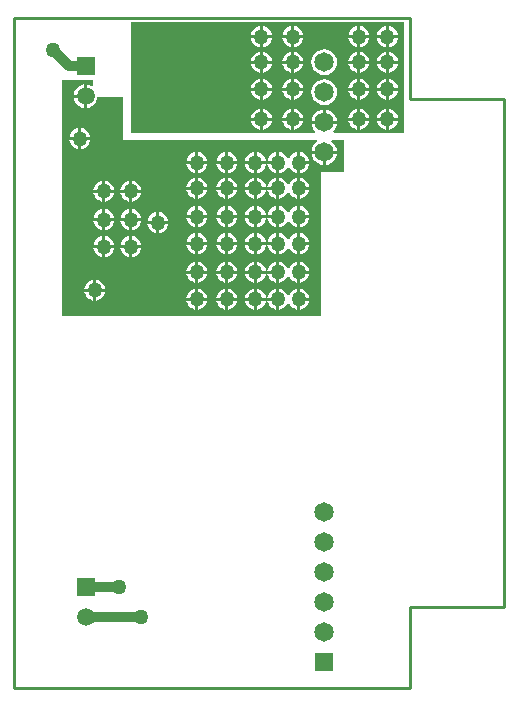
<source format=gbl>
%FSLAX44Y44*%
%MOMM*%
G71*
G01*
G75*
G04 Layer_Physical_Order=2*
G04 Layer_Color=16711680*
%ADD10C,0.8500*%
%ADD11R,1.0000X1.0000*%
%ADD12C,1.6000*%
%ADD13R,1.4000X6.0000*%
%ADD14R,2.6000X1.1000*%
%ADD15R,2.5000X7.5000*%
%ADD16R,1.8000X1.7000*%
%ADD17C,0.6000*%
%ADD18C,0.2000*%
%ADD19C,0.2540*%
%ADD20C,1.6500*%
%ADD21R,1.6500X1.6500*%
%ADD22C,1.5000*%
%ADD23R,1.5000X1.5000*%
%ADD24C,1.2700*%
G36*
X67310Y509916D02*
X66171Y509355D01*
X65773Y509660D01*
X63331Y510672D01*
X61980Y510849D01*
Y500890D01*
Y490931D01*
X63331Y491108D01*
X65773Y492120D01*
X67871Y493729D01*
X69480Y495827D01*
X70492Y498269D01*
X70770Y500380D01*
X92710D01*
Y463550D01*
X256431D01*
X256839Y462347D01*
X255194Y461086D01*
X253465Y458831D01*
X252378Y456207D01*
X252174Y454660D01*
X273606D01*
X273402Y456207D01*
X272315Y458831D01*
X270585Y461086D01*
X268941Y462347D01*
X269349Y463550D01*
X279400D01*
Y436880D01*
X260350D01*
Y317500D01*
Y314960D01*
X40640D01*
Y514350D01*
X67310D01*
Y509916D01*
D02*
G37*
G36*
X330200Y469900D02*
X270991D01*
X270585Y471095D01*
X272315Y473349D01*
X273402Y475973D01*
X273606Y477520D01*
X252174D01*
X252378Y475973D01*
X253465Y473349D01*
X255194Y471095D01*
X254789Y469900D01*
X99060D01*
Y563880D01*
X330200D01*
Y469900D01*
D02*
G37*
%LPC*%
G36*
X120650Y402500D02*
X119599Y402361D01*
X117437Y401465D01*
X115580Y400040D01*
X114155Y398183D01*
X113259Y396021D01*
X113120Y394970D01*
X120650D01*
Y402500D01*
D02*
G37*
G36*
X163739Y397510D02*
X156210D01*
Y389981D01*
X157261Y390119D01*
X159423Y391015D01*
X161280Y392440D01*
X162705Y394297D01*
X163601Y396459D01*
X163739Y397510D01*
D02*
G37*
G36*
X153670D02*
X146140D01*
X146279Y396459D01*
X147175Y394297D01*
X148600Y392440D01*
X150457Y391015D01*
X152619Y390119D01*
X153670Y389981D01*
Y397510D01*
D02*
G37*
G36*
X97790Y394970D02*
X90260D01*
X90399Y393919D01*
X91295Y391757D01*
X92720Y389900D01*
X94577Y388475D01*
X96739Y387579D01*
X97790Y387440D01*
Y394970D01*
D02*
G37*
G36*
X107859D02*
X100330D01*
Y387440D01*
X101381Y387579D01*
X103543Y388475D01*
X105400Y389900D01*
X106825Y391757D01*
X107721Y393919D01*
X107859Y394970D01*
D02*
G37*
G36*
X179070Y397510D02*
X171541D01*
X171679Y396459D01*
X172575Y394297D01*
X174000Y392440D01*
X175857Y391015D01*
X178019Y390119D01*
X179070Y389981D01*
Y397510D01*
D02*
G37*
G36*
X213270D02*
X205740D01*
Y389981D01*
X206791Y390119D01*
X208953Y391015D01*
X210810Y392440D01*
X212235Y394297D01*
X213131Y396459D01*
X213270Y397510D01*
D02*
G37*
G36*
X222250D02*
X214720D01*
X214859Y396459D01*
X215755Y394297D01*
X217180Y392440D01*
X219037Y391015D01*
X221199Y390119D01*
X222250Y389981D01*
Y397510D01*
D02*
G37*
G36*
X203200D02*
X195671D01*
X195809Y396459D01*
X196705Y394297D01*
X198130Y392440D01*
X199987Y391015D01*
X202149Y390119D01*
X203200Y389981D01*
Y397510D01*
D02*
G37*
G36*
X250100D02*
X242570D01*
Y389981D01*
X243621Y390119D01*
X245783Y391015D01*
X247640Y392440D01*
X249065Y394297D01*
X249961Y396459D01*
X250100Y397510D01*
D02*
G37*
G36*
X189139D02*
X181610D01*
Y389981D01*
X182661Y390119D01*
X184823Y391015D01*
X186680Y392440D01*
X188105Y394297D01*
X189001Y396459D01*
X189139Y397510D01*
D02*
G37*
G36*
X85000Y394970D02*
X77470D01*
Y387440D01*
X78521Y387579D01*
X80683Y388475D01*
X82540Y389900D01*
X83965Y391757D01*
X84861Y393919D01*
X85000Y394970D01*
D02*
G37*
G36*
X179070Y384720D02*
X178019Y384581D01*
X175857Y383685D01*
X174000Y382260D01*
X172575Y380403D01*
X171679Y378241D01*
X171541Y377190D01*
X179070D01*
Y384720D01*
D02*
G37*
G36*
X181610D02*
Y377190D01*
X189139D01*
X189001Y378241D01*
X188105Y380403D01*
X186680Y382260D01*
X184823Y383685D01*
X182661Y384581D01*
X181610Y384720D01*
D02*
G37*
G36*
X203200D02*
X202149Y384581D01*
X199987Y383685D01*
X198130Y382260D01*
X196705Y380403D01*
X195809Y378241D01*
X195671Y377190D01*
X203200D01*
Y384720D01*
D02*
G37*
G36*
X100330Y382179D02*
Y374650D01*
X107859D01*
X107721Y375701D01*
X106825Y377863D01*
X105400Y379720D01*
X103543Y381145D01*
X101381Y382041D01*
X100330Y382179D01*
D02*
G37*
G36*
X153670Y384720D02*
X152619Y384581D01*
X150457Y383685D01*
X148600Y382260D01*
X147175Y380403D01*
X146279Y378241D01*
X146140Y377190D01*
X153670D01*
Y384720D01*
D02*
G37*
G36*
X156210D02*
Y377190D01*
X163739D01*
X163601Y378241D01*
X162705Y380403D01*
X161280Y382260D01*
X159423Y383685D01*
X157261Y384581D01*
X156210Y384720D01*
D02*
G37*
G36*
X205740D02*
Y377190D01*
X213270D01*
X213131Y378241D01*
X212235Y380403D01*
X210810Y382260D01*
X208953Y383685D01*
X206791Y384581D01*
X205740Y384720D01*
D02*
G37*
G36*
X120650Y392430D02*
X113120D01*
X113259Y391379D01*
X114155Y389217D01*
X115580Y387360D01*
X117437Y385935D01*
X119599Y385039D01*
X120650Y384901D01*
Y392430D01*
D02*
G37*
G36*
X130719D02*
X123190D01*
Y384901D01*
X124241Y385039D01*
X126403Y385935D01*
X128260Y387360D01*
X129685Y389217D01*
X130581Y391379D01*
X130719Y392430D01*
D02*
G37*
G36*
X74930Y394970D02*
X67400D01*
X67539Y393919D01*
X68435Y391757D01*
X69860Y389900D01*
X71717Y388475D01*
X73879Y387579D01*
X74930Y387440D01*
Y394970D01*
D02*
G37*
G36*
X222250Y384720D02*
X221199Y384581D01*
X219037Y383685D01*
X217180Y382260D01*
X215755Y380403D01*
X214859Y378241D01*
X214720Y377190D01*
X222250D01*
Y384720D01*
D02*
G37*
G36*
X242570D02*
Y377190D01*
X250100D01*
X249961Y378241D01*
X249065Y380403D01*
X247640Y382260D01*
X245783Y383685D01*
X243621Y384581D01*
X242570Y384720D01*
D02*
G37*
G36*
X240030D02*
X238979Y384581D01*
X236817Y383685D01*
X234960Y382260D01*
X233535Y380403D01*
X233045Y379221D01*
X231775D01*
X231285Y380403D01*
X229860Y382260D01*
X228003Y383685D01*
X225841Y384581D01*
X224790Y384720D01*
Y375920D01*
Y367121D01*
X225841Y367259D01*
X228003Y368155D01*
X229860Y369580D01*
X231285Y371437D01*
X231775Y372619D01*
X233045D01*
X233535Y371437D01*
X234960Y369580D01*
X236817Y368155D01*
X238979Y367259D01*
X240030Y367121D01*
Y375920D01*
Y384720D01*
D02*
G37*
G36*
X107859Y419100D02*
X100330D01*
Y411571D01*
X101381Y411709D01*
X103543Y412605D01*
X105400Y414030D01*
X106825Y415887D01*
X107721Y418049D01*
X107859Y419100D01*
D02*
G37*
G36*
X153670Y421640D02*
X146140D01*
X146279Y420589D01*
X147175Y418427D01*
X148600Y416570D01*
X150457Y415145D01*
X152619Y414249D01*
X153670Y414110D01*
Y421640D01*
D02*
G37*
G36*
X163739D02*
X156210D01*
Y414110D01*
X157261Y414249D01*
X159423Y415145D01*
X161280Y416570D01*
X162705Y418427D01*
X163601Y420589D01*
X163739Y421640D01*
D02*
G37*
G36*
X74930Y419100D02*
X67400D01*
X67539Y418049D01*
X68435Y415887D01*
X69860Y414030D01*
X71717Y412605D01*
X73879Y411709D01*
X74930Y411571D01*
Y419100D01*
D02*
G37*
G36*
X85000D02*
X77470D01*
Y411571D01*
X78521Y411709D01*
X80683Y412605D01*
X82540Y414030D01*
X83965Y415887D01*
X84861Y418049D01*
X85000Y419100D01*
D02*
G37*
G36*
X97790D02*
X90260D01*
X90399Y418049D01*
X91295Y415887D01*
X92720Y414030D01*
X94577Y412605D01*
X96739Y411709D01*
X97790Y411571D01*
Y419100D01*
D02*
G37*
G36*
X179070Y421640D02*
X171541D01*
X171679Y420589D01*
X172575Y418427D01*
X174000Y416570D01*
X175857Y415145D01*
X178019Y414249D01*
X179070Y414110D01*
Y421640D01*
D02*
G37*
G36*
X222250D02*
X214720D01*
X214859Y420589D01*
X215755Y418427D01*
X217180Y416570D01*
X219037Y415145D01*
X221199Y414249D01*
X222250Y414110D01*
Y421640D01*
D02*
G37*
G36*
X250100D02*
X242570D01*
Y414110D01*
X243621Y414249D01*
X245783Y415145D01*
X247640Y416570D01*
X249065Y418427D01*
X249961Y420589D01*
X250100Y421640D01*
D02*
G37*
G36*
X74930Y429170D02*
X73879Y429031D01*
X71717Y428135D01*
X69860Y426710D01*
X68435Y424853D01*
X67539Y422691D01*
X67400Y421640D01*
X74930D01*
Y429170D01*
D02*
G37*
G36*
X189139Y421640D02*
X181610D01*
Y414110D01*
X182661Y414249D01*
X184823Y415145D01*
X186680Y416570D01*
X188105Y418427D01*
X189001Y420589D01*
X189139Y421640D01*
D02*
G37*
G36*
X203200D02*
X195671D01*
X195809Y420589D01*
X196705Y418427D01*
X198130Y416570D01*
X199987Y415145D01*
X202149Y414249D01*
X203200Y414110D01*
Y421640D01*
D02*
G37*
G36*
X213270D02*
X205740D01*
Y414110D01*
X206791Y414249D01*
X208953Y415145D01*
X210810Y416570D01*
X212235Y418427D01*
X213131Y420589D01*
X213270Y421640D01*
D02*
G37*
G36*
X240030Y407579D02*
X238979Y407441D01*
X236817Y406545D01*
X234960Y405120D01*
X233535Y403263D01*
X233045Y402081D01*
X231775D01*
X231285Y403263D01*
X229860Y405120D01*
X228003Y406545D01*
X225841Y407441D01*
X224790Y407579D01*
Y398780D01*
Y389981D01*
X225841Y390119D01*
X228003Y391015D01*
X229860Y392440D01*
X231285Y394297D01*
X231775Y395479D01*
X233045D01*
X233535Y394297D01*
X234960Y392440D01*
X236817Y391015D01*
X238979Y390119D01*
X240030Y389981D01*
Y398780D01*
Y407579D01*
D02*
G37*
G36*
X97790Y405039D02*
X96739Y404901D01*
X94577Y404005D01*
X92720Y402580D01*
X91295Y400723D01*
X90399Y398561D01*
X90260Y397510D01*
X97790D01*
Y405039D01*
D02*
G37*
G36*
X100330D02*
Y397510D01*
X107859D01*
X107721Y398561D01*
X106825Y400723D01*
X105400Y402580D01*
X103543Y404005D01*
X101381Y404901D01*
X100330Y405039D01*
D02*
G37*
G36*
X153670Y407579D02*
X152619Y407441D01*
X150457Y406545D01*
X148600Y405120D01*
X147175Y403263D01*
X146279Y401101D01*
X146140Y400050D01*
X153670D01*
Y407579D01*
D02*
G37*
G36*
X123190Y402500D02*
Y394970D01*
X130719D01*
X130581Y396021D01*
X129685Y398183D01*
X128260Y400040D01*
X126403Y401465D01*
X124241Y402361D01*
X123190Y402500D01*
D02*
G37*
G36*
X74930Y405039D02*
X73879Y404901D01*
X71717Y404005D01*
X69860Y402580D01*
X68435Y400723D01*
X67539Y398561D01*
X67400Y397510D01*
X74930D01*
Y405039D01*
D02*
G37*
G36*
X77470D02*
Y397510D01*
X85000D01*
X84861Y398561D01*
X83965Y400723D01*
X82540Y402580D01*
X80683Y404005D01*
X78521Y404901D01*
X77470Y405039D01*
D02*
G37*
G36*
X156210Y407579D02*
Y400050D01*
X163739D01*
X163601Y401101D01*
X162705Y403263D01*
X161280Y405120D01*
X159423Y406545D01*
X157261Y407441D01*
X156210Y407579D01*
D02*
G37*
G36*
X205740D02*
Y400050D01*
X213270D01*
X213131Y401101D01*
X212235Y403263D01*
X210810Y405120D01*
X208953Y406545D01*
X206791Y407441D01*
X205740Y407579D01*
D02*
G37*
G36*
X222250D02*
X221199Y407441D01*
X219037Y406545D01*
X217180Y405120D01*
X215755Y403263D01*
X214859Y401101D01*
X214720Y400050D01*
X222250D01*
Y407579D01*
D02*
G37*
G36*
X242570D02*
Y400050D01*
X250100D01*
X249961Y401101D01*
X249065Y403263D01*
X247640Y405120D01*
X245783Y406545D01*
X243621Y407441D01*
X242570Y407579D01*
D02*
G37*
G36*
X179070D02*
X178019Y407441D01*
X175857Y406545D01*
X174000Y405120D01*
X172575Y403263D01*
X171679Y401101D01*
X171541Y400050D01*
X179070D01*
Y407579D01*
D02*
G37*
G36*
X181610D02*
Y400050D01*
X189139D01*
X189001Y401101D01*
X188105Y403263D01*
X186680Y405120D01*
X184823Y406545D01*
X182661Y407441D01*
X181610Y407579D01*
D02*
G37*
G36*
X203200D02*
X202149Y407441D01*
X199987Y406545D01*
X198130Y405120D01*
X196705Y403263D01*
X195809Y401101D01*
X195671Y400050D01*
X203200D01*
Y407579D01*
D02*
G37*
G36*
X222250Y337729D02*
X221199Y337591D01*
X219037Y336695D01*
X217180Y335270D01*
X215755Y333413D01*
X214859Y331251D01*
X214720Y330200D01*
X222250D01*
Y337729D01*
D02*
G37*
G36*
X242570D02*
Y330200D01*
X250100D01*
X249961Y331251D01*
X249065Y333413D01*
X247640Y335270D01*
X245783Y336695D01*
X243621Y337591D01*
X242570Y337729D01*
D02*
G37*
G36*
X240030D02*
X238979Y337591D01*
X236817Y336695D01*
X234960Y335270D01*
X233535Y333413D01*
X233045Y332231D01*
X231775D01*
X231285Y333413D01*
X229860Y335270D01*
X228003Y336695D01*
X225841Y337591D01*
X224790Y337729D01*
Y328930D01*
Y320131D01*
X225841Y320269D01*
X228003Y321165D01*
X229860Y322590D01*
X231285Y324447D01*
X231775Y325629D01*
X233045D01*
X233535Y324447D01*
X234960Y322590D01*
X236817Y321165D01*
X238979Y320269D01*
X240030Y320131D01*
Y328930D01*
Y337729D01*
D02*
G37*
G36*
X181610D02*
Y330200D01*
X189139D01*
X189001Y331251D01*
X188105Y333413D01*
X186680Y335270D01*
X184823Y336695D01*
X182661Y337591D01*
X181610Y337729D01*
D02*
G37*
G36*
X203200D02*
X202149Y337591D01*
X199987Y336695D01*
X198130Y335270D01*
X196705Y333413D01*
X195809Y331251D01*
X195671Y330200D01*
X203200D01*
Y337729D01*
D02*
G37*
G36*
X205740D02*
Y330200D01*
X213270D01*
X213131Y331251D01*
X212235Y333413D01*
X210810Y335270D01*
X208953Y336695D01*
X206791Y337591D01*
X205740Y337729D01*
D02*
G37*
G36*
X67310Y345350D02*
X66259Y345211D01*
X64097Y344315D01*
X62240Y342890D01*
X60815Y341033D01*
X59919Y338871D01*
X59781Y337820D01*
X67310D01*
Y345350D01*
D02*
G37*
G36*
X179070Y350520D02*
X171541D01*
X171679Y349469D01*
X172575Y347307D01*
X174000Y345450D01*
X175857Y344025D01*
X178019Y343129D01*
X179070Y342990D01*
Y350520D01*
D02*
G37*
G36*
X189139D02*
X181610D01*
Y342990D01*
X182661Y343129D01*
X184823Y344025D01*
X186680Y345450D01*
X188105Y347307D01*
X189001Y349469D01*
X189139Y350520D01*
D02*
G37*
G36*
X203200D02*
X195671D01*
X195809Y349469D01*
X196705Y347307D01*
X198130Y345450D01*
X199987Y344025D01*
X202149Y343129D01*
X203200Y342990D01*
Y350520D01*
D02*
G37*
G36*
X69850Y345350D02*
Y337820D01*
X77379D01*
X77241Y338871D01*
X76345Y341033D01*
X74920Y342890D01*
X73063Y344315D01*
X70901Y345211D01*
X69850Y345350D01*
D02*
G37*
G36*
X153670Y350520D02*
X146140D01*
X146279Y349469D01*
X147175Y347307D01*
X148600Y345450D01*
X150457Y344025D01*
X152619Y343129D01*
X153670Y342990D01*
Y350520D01*
D02*
G37*
G36*
X163739D02*
X156210D01*
Y342990D01*
X157261Y343129D01*
X159423Y344025D01*
X161280Y345450D01*
X162705Y347307D01*
X163601Y349469D01*
X163739Y350520D01*
D02*
G37*
G36*
X189139Y327660D02*
X181610D01*
Y320131D01*
X182661Y320269D01*
X184823Y321165D01*
X186680Y322590D01*
X188105Y324447D01*
X189001Y326609D01*
X189139Y327660D01*
D02*
G37*
G36*
X203200D02*
X195671D01*
X195809Y326609D01*
X196705Y324447D01*
X198130Y322590D01*
X199987Y321165D01*
X202149Y320269D01*
X203200Y320131D01*
Y327660D01*
D02*
G37*
G36*
X213270D02*
X205740D01*
Y320131D01*
X206791Y320269D01*
X208953Y321165D01*
X210810Y322590D01*
X212235Y324447D01*
X213131Y326609D01*
X213270Y327660D01*
D02*
G37*
G36*
X153670D02*
X146140D01*
X146279Y326609D01*
X147175Y324447D01*
X148600Y322590D01*
X150457Y321165D01*
X152619Y320269D01*
X153670Y320131D01*
Y327660D01*
D02*
G37*
G36*
X163739D02*
X156210D01*
Y320131D01*
X157261Y320269D01*
X159423Y321165D01*
X161280Y322590D01*
X162705Y324447D01*
X163601Y326609D01*
X163739Y327660D01*
D02*
G37*
G36*
X179070D02*
X171541D01*
X171679Y326609D01*
X172575Y324447D01*
X174000Y322590D01*
X175857Y321165D01*
X178019Y320269D01*
X179070Y320131D01*
Y327660D01*
D02*
G37*
G36*
X222250D02*
X214720D01*
X214859Y326609D01*
X215755Y324447D01*
X217180Y322590D01*
X219037Y321165D01*
X221199Y320269D01*
X222250Y320131D01*
Y327660D01*
D02*
G37*
G36*
X153670Y337729D02*
X152619Y337591D01*
X150457Y336695D01*
X148600Y335270D01*
X147175Y333413D01*
X146279Y331251D01*
X146140Y330200D01*
X153670D01*
Y337729D01*
D02*
G37*
G36*
X156210D02*
Y330200D01*
X163739D01*
X163601Y331251D01*
X162705Y333413D01*
X161280Y335270D01*
X159423Y336695D01*
X157261Y337591D01*
X156210Y337729D01*
D02*
G37*
G36*
X179070D02*
X178019Y337591D01*
X175857Y336695D01*
X174000Y335270D01*
X172575Y333413D01*
X171679Y331251D01*
X171541Y330200D01*
X179070D01*
Y337729D01*
D02*
G37*
G36*
X250100Y327660D02*
X242570D01*
Y320131D01*
X243621Y320269D01*
X245783Y321165D01*
X247640Y322590D01*
X249065Y324447D01*
X249961Y326609D01*
X250100Y327660D01*
D02*
G37*
G36*
X67310Y335280D02*
X59781D01*
X59919Y334229D01*
X60815Y332067D01*
X62240Y330210D01*
X64097Y328785D01*
X66259Y327889D01*
X67310Y327751D01*
Y335280D01*
D02*
G37*
G36*
X77379D02*
X69850D01*
Y327751D01*
X70901Y327889D01*
X73063Y328785D01*
X74920Y330210D01*
X76345Y332067D01*
X77241Y334229D01*
X77379Y335280D01*
D02*
G37*
G36*
X213270Y350520D02*
X205740D01*
Y342990D01*
X206791Y343129D01*
X208953Y344025D01*
X210810Y345450D01*
X212235Y347307D01*
X213131Y349469D01*
X213270Y350520D01*
D02*
G37*
G36*
X163739Y374650D02*
X156210D01*
Y367121D01*
X157261Y367259D01*
X159423Y368155D01*
X161280Y369580D01*
X162705Y371437D01*
X163601Y373599D01*
X163739Y374650D01*
D02*
G37*
G36*
X179070D02*
X171541D01*
X171679Y373599D01*
X172575Y371437D01*
X174000Y369580D01*
X175857Y368155D01*
X178019Y367259D01*
X179070Y367121D01*
Y374650D01*
D02*
G37*
G36*
X189139D02*
X181610D01*
Y367121D01*
X182661Y367259D01*
X184823Y368155D01*
X186680Y369580D01*
X188105Y371437D01*
X189001Y373599D01*
X189139Y374650D01*
D02*
G37*
G36*
X97790Y372110D02*
X90260D01*
X90399Y371059D01*
X91295Y368897D01*
X92720Y367040D01*
X94577Y365615D01*
X96739Y364719D01*
X97790Y364580D01*
Y372110D01*
D02*
G37*
G36*
X107859D02*
X100330D01*
Y364580D01*
X101381Y364719D01*
X103543Y365615D01*
X105400Y367040D01*
X106825Y368897D01*
X107721Y371059D01*
X107859Y372110D01*
D02*
G37*
G36*
X153670Y374650D02*
X146140D01*
X146279Y373599D01*
X147175Y371437D01*
X148600Y369580D01*
X150457Y368155D01*
X152619Y367259D01*
X153670Y367121D01*
Y374650D01*
D02*
G37*
G36*
X203200D02*
X195671D01*
X195809Y373599D01*
X196705Y371437D01*
X198130Y369580D01*
X199987Y368155D01*
X202149Y367259D01*
X203200Y367121D01*
Y374650D01*
D02*
G37*
G36*
X74930Y382179D02*
X73879Y382041D01*
X71717Y381145D01*
X69860Y379720D01*
X68435Y377863D01*
X67539Y375701D01*
X67400Y374650D01*
X74930D01*
Y382179D01*
D02*
G37*
G36*
X77470D02*
Y374650D01*
X85000D01*
X84861Y375701D01*
X83965Y377863D01*
X82540Y379720D01*
X80683Y381145D01*
X78521Y382041D01*
X77470Y382179D01*
D02*
G37*
G36*
X97790D02*
X96739Y382041D01*
X94577Y381145D01*
X92720Y379720D01*
X91295Y377863D01*
X90399Y375701D01*
X90260Y374650D01*
X97790D01*
Y382179D01*
D02*
G37*
G36*
X213270Y374650D02*
X205740D01*
Y367121D01*
X206791Y367259D01*
X208953Y368155D01*
X210810Y369580D01*
X212235Y371437D01*
X213131Y373599D01*
X213270Y374650D01*
D02*
G37*
G36*
X222250D02*
X214720D01*
X214859Y373599D01*
X215755Y371437D01*
X217180Y369580D01*
X219037Y368155D01*
X221199Y367259D01*
X222250Y367121D01*
Y374650D01*
D02*
G37*
G36*
X250100D02*
X242570D01*
Y367121D01*
X243621Y367259D01*
X245783Y368155D01*
X247640Y369580D01*
X249065Y371437D01*
X249961Y373599D01*
X250100Y374650D01*
D02*
G37*
G36*
X156210Y360589D02*
Y353060D01*
X163739D01*
X163601Y354111D01*
X162705Y356273D01*
X161280Y358130D01*
X159423Y359555D01*
X157261Y360451D01*
X156210Y360589D01*
D02*
G37*
G36*
X179070D02*
X178019Y360451D01*
X175857Y359555D01*
X174000Y358130D01*
X172575Y356273D01*
X171679Y354111D01*
X171541Y353060D01*
X179070D01*
Y360589D01*
D02*
G37*
G36*
X181610D02*
Y353060D01*
X189139D01*
X189001Y354111D01*
X188105Y356273D01*
X186680Y358130D01*
X184823Y359555D01*
X182661Y360451D01*
X181610Y360589D01*
D02*
G37*
G36*
X222250Y350520D02*
X214720D01*
X214859Y349469D01*
X215755Y347307D01*
X217180Y345450D01*
X219037Y344025D01*
X221199Y343129D01*
X222250Y342990D01*
Y350520D01*
D02*
G37*
G36*
X250100D02*
X242570D01*
Y342990D01*
X243621Y343129D01*
X245783Y344025D01*
X247640Y345450D01*
X249065Y347307D01*
X249961Y349469D01*
X250100Y350520D01*
D02*
G37*
G36*
X153670Y360589D02*
X152619Y360451D01*
X150457Y359555D01*
X148600Y358130D01*
X147175Y356273D01*
X146279Y354111D01*
X146140Y353060D01*
X153670D01*
Y360589D01*
D02*
G37*
G36*
X203200D02*
X202149Y360451D01*
X199987Y359555D01*
X198130Y358130D01*
X196705Y356273D01*
X195809Y354111D01*
X195671Y353060D01*
X203200D01*
Y360589D01*
D02*
G37*
G36*
X240030D02*
X238979Y360451D01*
X236817Y359555D01*
X234960Y358130D01*
X233535Y356273D01*
X233045Y355091D01*
X231775D01*
X231285Y356273D01*
X229860Y358130D01*
X228003Y359555D01*
X225841Y360451D01*
X224790Y360589D01*
Y351790D01*
Y342990D01*
X225841Y343129D01*
X228003Y344025D01*
X229860Y345450D01*
X231285Y347307D01*
X231775Y348489D01*
X233045D01*
X233535Y347307D01*
X234960Y345450D01*
X236817Y344025D01*
X238979Y343129D01*
X240030Y342990D01*
Y351790D01*
Y360589D01*
D02*
G37*
G36*
X74930Y372110D02*
X67400D01*
X67539Y371059D01*
X68435Y368897D01*
X69860Y367040D01*
X71717Y365615D01*
X73879Y364719D01*
X74930Y364580D01*
Y372110D01*
D02*
G37*
G36*
X85000D02*
X77470D01*
Y364580D01*
X78521Y364719D01*
X80683Y365615D01*
X82540Y367040D01*
X83965Y368897D01*
X84861Y371059D01*
X85000Y372110D01*
D02*
G37*
G36*
X205740Y360589D02*
Y353060D01*
X213270D01*
X213131Y354111D01*
X212235Y356273D01*
X210810Y358130D01*
X208953Y359555D01*
X206791Y360451D01*
X205740Y360589D01*
D02*
G37*
G36*
X222250D02*
X221199Y360451D01*
X219037Y359555D01*
X217180Y358130D01*
X215755Y356273D01*
X214859Y354111D01*
X214720Y353060D01*
X222250D01*
Y360589D01*
D02*
G37*
G36*
X242570D02*
Y353060D01*
X250100D01*
X249961Y354111D01*
X249065Y356273D01*
X247640Y358130D01*
X245783Y359555D01*
X243621Y360451D01*
X242570Y360589D01*
D02*
G37*
G36*
X293370Y515530D02*
Y508000D01*
X300900D01*
X300761Y509051D01*
X299865Y511213D01*
X298440Y513070D01*
X296583Y514495D01*
X294421Y515391D01*
X293370Y515530D01*
D02*
G37*
G36*
X314960D02*
X313909Y515391D01*
X311747Y514495D01*
X309890Y513070D01*
X308465Y511213D01*
X307569Y509051D01*
X307430Y508000D01*
X314960D01*
Y515530D01*
D02*
G37*
G36*
X317500D02*
Y508000D01*
X325029D01*
X324891Y509051D01*
X323995Y511213D01*
X322570Y513070D01*
X320713Y514495D01*
X318551Y515391D01*
X317500Y515530D01*
D02*
G37*
G36*
X234950D02*
X233899Y515391D01*
X231737Y514495D01*
X229880Y513070D01*
X228455Y511213D01*
X227559Y509051D01*
X227421Y508000D01*
X234950D01*
Y515530D01*
D02*
G37*
G36*
X237490D02*
Y508000D01*
X245019D01*
X244881Y509051D01*
X243985Y511213D01*
X242560Y513070D01*
X240703Y514495D01*
X238541Y515391D01*
X237490Y515530D01*
D02*
G37*
G36*
X290830D02*
X289779Y515391D01*
X287617Y514495D01*
X285760Y513070D01*
X284335Y511213D01*
X283439Y509051D01*
X283300Y508000D01*
X290830D01*
Y515530D01*
D02*
G37*
G36*
X262890Y540473D02*
X260073Y540102D01*
X257449Y539015D01*
X255194Y537285D01*
X253465Y535032D01*
X252378Y532407D01*
X252007Y529590D01*
X252378Y526773D01*
X253465Y524148D01*
X255194Y521894D01*
X257449Y520165D01*
X260073Y519078D01*
X262890Y518707D01*
X265707Y519078D01*
X268332Y520165D01*
X270585Y521894D01*
X272315Y524148D01*
X273402Y526773D01*
X273773Y529590D01*
X273402Y532407D01*
X272315Y535032D01*
X270585Y537285D01*
X268332Y539015D01*
X265707Y540102D01*
X262890Y540473D01*
D02*
G37*
G36*
X245019Y528320D02*
X237490D01*
Y520790D01*
X238541Y520929D01*
X240703Y521825D01*
X242560Y523250D01*
X243985Y525107D01*
X244881Y527269D01*
X245019Y528320D01*
D02*
G37*
G36*
X290830D02*
X283300D01*
X283439Y527269D01*
X284335Y525107D01*
X285760Y523250D01*
X287617Y521825D01*
X289779Y520929D01*
X290830Y520790D01*
Y528320D01*
D02*
G37*
G36*
X300900D02*
X293370D01*
Y520790D01*
X294421Y520929D01*
X296583Y521825D01*
X298440Y523250D01*
X299865Y525107D01*
X300761Y527269D01*
X300900Y528320D01*
D02*
G37*
G36*
X208280D02*
X200751D01*
X200889Y527269D01*
X201785Y525107D01*
X203210Y523250D01*
X205067Y521825D01*
X207229Y520929D01*
X208280Y520790D01*
Y528320D01*
D02*
G37*
G36*
X218349D02*
X210820D01*
Y520790D01*
X211871Y520929D01*
X214033Y521825D01*
X215890Y523250D01*
X217315Y525107D01*
X218211Y527269D01*
X218349Y528320D01*
D02*
G37*
G36*
X234950D02*
X227421D01*
X227559Y527269D01*
X228455Y525107D01*
X229880Y523250D01*
X231737Y521825D01*
X233899Y520929D01*
X234950Y520790D01*
Y528320D01*
D02*
G37*
G36*
X218349Y505460D02*
X210820D01*
Y497930D01*
X211871Y498069D01*
X214033Y498965D01*
X215890Y500390D01*
X217315Y502247D01*
X218211Y504409D01*
X218349Y505460D01*
D02*
G37*
G36*
X234950D02*
X227421D01*
X227559Y504409D01*
X228455Y502247D01*
X229880Y500390D01*
X231737Y498965D01*
X233899Y498069D01*
X234950Y497930D01*
Y505460D01*
D02*
G37*
G36*
X245019D02*
X237490D01*
Y497930D01*
X238541Y498069D01*
X240703Y498965D01*
X242560Y500390D01*
X243985Y502247D01*
X244881Y504409D01*
X245019Y505460D01*
D02*
G37*
G36*
X59440Y499620D02*
X50751D01*
X50928Y498269D01*
X51940Y495827D01*
X53549Y493729D01*
X55647Y492120D01*
X58089Y491108D01*
X59440Y490931D01*
Y499620D01*
D02*
G37*
G36*
X262890Y515073D02*
X260073Y514702D01*
X257449Y513615D01*
X255194Y511885D01*
X253465Y509632D01*
X252378Y507007D01*
X252007Y504190D01*
X252378Y501373D01*
X253465Y498749D01*
X255194Y496494D01*
X257449Y494765D01*
X260073Y493678D01*
X262890Y493307D01*
X265707Y493678D01*
X268332Y494765D01*
X270585Y496494D01*
X272315Y498749D01*
X273402Y501373D01*
X273773Y504190D01*
X273402Y507007D01*
X272315Y509632D01*
X270585Y511885D01*
X268332Y513615D01*
X265707Y514702D01*
X262890Y515073D01*
D02*
G37*
G36*
X208280Y505460D02*
X200751D01*
X200889Y504409D01*
X201785Y502247D01*
X203210Y500390D01*
X205067Y498965D01*
X207229Y498069D01*
X208280Y497930D01*
Y505460D01*
D02*
G37*
G36*
X290830D02*
X283300D01*
X283439Y504409D01*
X284335Y502247D01*
X285760Y500390D01*
X287617Y498965D01*
X289779Y498069D01*
X290830Y497930D01*
Y505460D01*
D02*
G37*
G36*
X59440Y510849D02*
X58089Y510672D01*
X55647Y509660D01*
X53549Y508051D01*
X51940Y505953D01*
X50928Y503511D01*
X50751Y502160D01*
X59440D01*
Y510849D01*
D02*
G37*
G36*
X208280Y515530D02*
X207229Y515391D01*
X205067Y514495D01*
X203210Y513070D01*
X201785Y511213D01*
X200889Y509051D01*
X200751Y508000D01*
X208280D01*
Y515530D01*
D02*
G37*
G36*
X210820D02*
Y508000D01*
X218349D01*
X218211Y509051D01*
X217315Y511213D01*
X215890Y513070D01*
X214033Y514495D01*
X211871Y515391D01*
X210820Y515530D01*
D02*
G37*
G36*
X300900Y505460D02*
X293370D01*
Y497930D01*
X294421Y498069D01*
X296583Y498965D01*
X298440Y500390D01*
X299865Y502247D01*
X300761Y504409D01*
X300900Y505460D01*
D02*
G37*
G36*
X314960D02*
X307430D01*
X307569Y504409D01*
X308465Y502247D01*
X309890Y500390D01*
X311747Y498965D01*
X313909Y498069D01*
X314960Y497930D01*
Y505460D01*
D02*
G37*
G36*
X325029D02*
X317500D01*
Y497930D01*
X318551Y498069D01*
X320713Y498965D01*
X322570Y500390D01*
X323995Y502247D01*
X324891Y504409D01*
X325029Y505460D01*
D02*
G37*
G36*
X314960Y549910D02*
X307430D01*
X307569Y548859D01*
X308465Y546697D01*
X309890Y544840D01*
X311747Y543415D01*
X313909Y542519D01*
X314960Y542380D01*
Y549910D01*
D02*
G37*
G36*
X325029D02*
X317500D01*
Y542380D01*
X318551Y542519D01*
X320713Y543415D01*
X322570Y544840D01*
X323995Y546697D01*
X324891Y548859D01*
X325029Y549910D01*
D02*
G37*
G36*
X208280Y559980D02*
X207229Y559841D01*
X205067Y558945D01*
X203210Y557520D01*
X201785Y555663D01*
X200889Y553501D01*
X200751Y552450D01*
X208280D01*
Y559980D01*
D02*
G37*
G36*
X245019Y549910D02*
X237490D01*
Y542380D01*
X238541Y542519D01*
X240703Y543415D01*
X242560Y544840D01*
X243985Y546697D01*
X244881Y548859D01*
X245019Y549910D01*
D02*
G37*
G36*
X290830D02*
X283300D01*
X283439Y548859D01*
X284335Y546697D01*
X285760Y544840D01*
X287617Y543415D01*
X289779Y542519D01*
X290830Y542380D01*
Y549910D01*
D02*
G37*
G36*
X300900D02*
X293370D01*
Y542380D01*
X294421Y542519D01*
X296583Y543415D01*
X298440Y544840D01*
X299865Y546697D01*
X300761Y548859D01*
X300900Y549910D01*
D02*
G37*
G36*
X210820Y559980D02*
Y552450D01*
X218349D01*
X218211Y553501D01*
X217315Y555663D01*
X215890Y557520D01*
X214033Y558945D01*
X211871Y559841D01*
X210820Y559980D01*
D02*
G37*
G36*
X293370D02*
Y552450D01*
X300900D01*
X300761Y553501D01*
X299865Y555663D01*
X298440Y557520D01*
X296583Y558945D01*
X294421Y559841D01*
X293370Y559980D01*
D02*
G37*
G36*
X314960D02*
X313909Y559841D01*
X311747Y558945D01*
X309890Y557520D01*
X308465Y555663D01*
X307569Y553501D01*
X307430Y552450D01*
X314960D01*
Y559980D01*
D02*
G37*
G36*
X317500D02*
Y552450D01*
X325029D01*
X324891Y553501D01*
X323995Y555663D01*
X322570Y557520D01*
X320713Y558945D01*
X318551Y559841D01*
X317500Y559980D01*
D02*
G37*
G36*
X234950D02*
X233899Y559841D01*
X231737Y558945D01*
X229880Y557520D01*
X228455Y555663D01*
X227559Y553501D01*
X227421Y552450D01*
X234950D01*
Y559980D01*
D02*
G37*
G36*
X237490D02*
Y552450D01*
X245019D01*
X244881Y553501D01*
X243985Y555663D01*
X242560Y557520D01*
X240703Y558945D01*
X238541Y559841D01*
X237490Y559980D01*
D02*
G37*
G36*
X290830D02*
X289779Y559841D01*
X287617Y558945D01*
X285760Y557520D01*
X284335Y555663D01*
X283439Y553501D01*
X283300Y552450D01*
X290830D01*
Y559980D01*
D02*
G37*
G36*
X210820Y538390D02*
Y530860D01*
X218349D01*
X218211Y531911D01*
X217315Y534073D01*
X215890Y535930D01*
X214033Y537355D01*
X211871Y538251D01*
X210820Y538390D01*
D02*
G37*
G36*
X234950D02*
X233899Y538251D01*
X231737Y537355D01*
X229880Y535930D01*
X228455Y534073D01*
X227559Y531911D01*
X227421Y530860D01*
X234950D01*
Y538390D01*
D02*
G37*
G36*
X237490D02*
Y530860D01*
X245019D01*
X244881Y531911D01*
X243985Y534073D01*
X242560Y535930D01*
X240703Y537355D01*
X238541Y538251D01*
X237490Y538390D01*
D02*
G37*
G36*
X314960Y528320D02*
X307430D01*
X307569Y527269D01*
X308465Y525107D01*
X309890Y523250D01*
X311747Y521825D01*
X313909Y520929D01*
X314960Y520790D01*
Y528320D01*
D02*
G37*
G36*
X325029D02*
X317500D01*
Y520790D01*
X318551Y520929D01*
X320713Y521825D01*
X322570Y523250D01*
X323995Y525107D01*
X324891Y527269D01*
X325029Y528320D01*
D02*
G37*
G36*
X208280Y538390D02*
X207229Y538251D01*
X205067Y537355D01*
X203210Y535930D01*
X201785Y534073D01*
X200889Y531911D01*
X200751Y530860D01*
X208280D01*
Y538390D01*
D02*
G37*
G36*
X290830D02*
X289779Y538251D01*
X287617Y537355D01*
X285760Y535930D01*
X284335Y534073D01*
X283439Y531911D01*
X283300Y530860D01*
X290830D01*
Y538390D01*
D02*
G37*
G36*
X208280Y549910D02*
X200751D01*
X200889Y548859D01*
X201785Y546697D01*
X203210Y544840D01*
X205067Y543415D01*
X207229Y542519D01*
X208280Y542380D01*
Y549910D01*
D02*
G37*
G36*
X218349D02*
X210820D01*
Y542380D01*
X211871Y542519D01*
X214033Y543415D01*
X215890Y544840D01*
X217315Y546697D01*
X218211Y548859D01*
X218349Y549910D01*
D02*
G37*
G36*
X234950D02*
X227421D01*
X227559Y548859D01*
X228455Y546697D01*
X229880Y544840D01*
X231737Y543415D01*
X233899Y542519D01*
X234950Y542380D01*
Y549910D01*
D02*
G37*
G36*
X293370Y538390D02*
Y530860D01*
X300900D01*
X300761Y531911D01*
X299865Y534073D01*
X298440Y535930D01*
X296583Y537355D01*
X294421Y538251D01*
X293370Y538390D01*
D02*
G37*
G36*
X314960D02*
X313909Y538251D01*
X311747Y537355D01*
X309890Y535930D01*
X308465Y534073D01*
X307569Y531911D01*
X307430Y530860D01*
X314960D01*
Y538390D01*
D02*
G37*
G36*
X317500D02*
Y530860D01*
X325029D01*
X324891Y531911D01*
X323995Y534073D01*
X322570Y535930D01*
X320713Y537355D01*
X318551Y538251D01*
X317500Y538390D01*
D02*
G37*
G36*
Y490130D02*
Y482600D01*
X325029D01*
X324891Y483651D01*
X323995Y485813D01*
X322570Y487670D01*
X320713Y489095D01*
X318551Y489991D01*
X317500Y490130D01*
D02*
G37*
G36*
X203200Y443230D02*
X195671D01*
X195809Y442179D01*
X196705Y440017D01*
X198130Y438160D01*
X199987Y436735D01*
X202149Y435839D01*
X203200Y435700D01*
Y443230D01*
D02*
G37*
G36*
X213270D02*
X205740D01*
Y435700D01*
X206791Y435839D01*
X208953Y436735D01*
X210810Y438160D01*
X212235Y440017D01*
X213131Y442179D01*
X213270Y443230D01*
D02*
G37*
G36*
X222250D02*
X214720D01*
X214859Y442179D01*
X215755Y440017D01*
X217180Y438160D01*
X219037Y436735D01*
X221199Y435839D01*
X222250Y435700D01*
Y443230D01*
D02*
G37*
G36*
X163739D02*
X156210D01*
Y435700D01*
X157261Y435839D01*
X159423Y436735D01*
X161280Y438160D01*
X162705Y440017D01*
X163601Y442179D01*
X163739Y443230D01*
D02*
G37*
G36*
X179070D02*
X171541D01*
X171679Y442179D01*
X172575Y440017D01*
X174000Y438160D01*
X175857Y436735D01*
X178019Y435839D01*
X179070Y435700D01*
Y443230D01*
D02*
G37*
G36*
X189139D02*
X181610D01*
Y435700D01*
X182661Y435839D01*
X184823Y436735D01*
X186680Y438160D01*
X188105Y440017D01*
X189001Y442179D01*
X189139Y443230D01*
D02*
G37*
G36*
X250100D02*
X242570D01*
Y435700D01*
X243621Y435839D01*
X245783Y436735D01*
X247640Y438160D01*
X249065Y440017D01*
X249961Y442179D01*
X250100Y443230D01*
D02*
G37*
G36*
X156210Y453299D02*
Y445770D01*
X163739D01*
X163601Y446821D01*
X162705Y448983D01*
X161280Y450840D01*
X159423Y452265D01*
X157261Y453161D01*
X156210Y453299D01*
D02*
G37*
G36*
X179070D02*
X178019Y453161D01*
X175857Y452265D01*
X174000Y450840D01*
X172575Y448983D01*
X171679Y446821D01*
X171541Y445770D01*
X179070D01*
Y453299D01*
D02*
G37*
G36*
X181610D02*
Y445770D01*
X189139D01*
X189001Y446821D01*
X188105Y448983D01*
X186680Y450840D01*
X184823Y452265D01*
X182661Y453161D01*
X181610Y453299D01*
D02*
G37*
G36*
X261620Y452120D02*
X252174D01*
X252378Y450573D01*
X253465Y447948D01*
X255194Y445695D01*
X257449Y443965D01*
X260073Y442878D01*
X261620Y442674D01*
Y452120D01*
D02*
G37*
G36*
X273606D02*
X264160D01*
Y442674D01*
X265707Y442878D01*
X268332Y443965D01*
X270585Y445695D01*
X272315Y447948D01*
X273402Y450573D01*
X273606Y452120D01*
D02*
G37*
G36*
X153670Y453299D02*
X152619Y453161D01*
X150457Y452265D01*
X148600Y450840D01*
X147175Y448983D01*
X146279Y446821D01*
X146140Y445770D01*
X153670D01*
Y453299D01*
D02*
G37*
G36*
Y431710D02*
X152619Y431571D01*
X150457Y430675D01*
X148600Y429250D01*
X147175Y427393D01*
X146279Y425231D01*
X146140Y424180D01*
X153670D01*
Y431710D01*
D02*
G37*
G36*
X156210D02*
Y424180D01*
X163739D01*
X163601Y425231D01*
X162705Y427393D01*
X161280Y429250D01*
X159423Y430675D01*
X157261Y431571D01*
X156210Y431710D01*
D02*
G37*
G36*
X179070D02*
X178019Y431571D01*
X175857Y430675D01*
X174000Y429250D01*
X172575Y427393D01*
X171679Y425231D01*
X171541Y424180D01*
X179070D01*
Y431710D01*
D02*
G37*
G36*
X77470Y429170D02*
Y421640D01*
X85000D01*
X84861Y422691D01*
X83965Y424853D01*
X82540Y426710D01*
X80683Y428135D01*
X78521Y429031D01*
X77470Y429170D01*
D02*
G37*
G36*
X97790D02*
X96739Y429031D01*
X94577Y428135D01*
X92720Y426710D01*
X91295Y424853D01*
X90399Y422691D01*
X90260Y421640D01*
X97790D01*
Y429170D01*
D02*
G37*
G36*
X100330D02*
Y421640D01*
X107859D01*
X107721Y422691D01*
X106825Y424853D01*
X105400Y426710D01*
X103543Y428135D01*
X101381Y429031D01*
X100330Y429170D01*
D02*
G37*
G36*
X181610Y431710D02*
Y424180D01*
X189139D01*
X189001Y425231D01*
X188105Y427393D01*
X186680Y429250D01*
X184823Y430675D01*
X182661Y431571D01*
X181610Y431710D01*
D02*
G37*
G36*
X242570D02*
Y424180D01*
X250100D01*
X249961Y425231D01*
X249065Y427393D01*
X247640Y429250D01*
X245783Y430675D01*
X243621Y431571D01*
X242570Y431710D01*
D02*
G37*
G36*
X240030D02*
X238979Y431571D01*
X236817Y430675D01*
X234960Y429250D01*
X233535Y427393D01*
X233045Y426211D01*
X231775D01*
X231285Y427393D01*
X229860Y429250D01*
X228003Y430675D01*
X225841Y431571D01*
X224790Y431710D01*
Y422910D01*
Y414110D01*
X225841Y414249D01*
X228003Y415145D01*
X229860Y416570D01*
X231285Y418427D01*
X231775Y419609D01*
X233045D01*
X233535Y418427D01*
X234960Y416570D01*
X236817Y415145D01*
X238979Y414249D01*
X240030Y414110D01*
Y422910D01*
Y431710D01*
D02*
G37*
G36*
X153670Y443230D02*
X146140D01*
X146279Y442179D01*
X147175Y440017D01*
X148600Y438160D01*
X150457Y436735D01*
X152619Y435839D01*
X153670Y435700D01*
Y443230D01*
D02*
G37*
G36*
X203200Y431710D02*
X202149Y431571D01*
X199987Y430675D01*
X198130Y429250D01*
X196705Y427393D01*
X195809Y425231D01*
X195671Y424180D01*
X203200D01*
Y431710D01*
D02*
G37*
G36*
X205740D02*
Y424180D01*
X213270D01*
X213131Y425231D01*
X212235Y427393D01*
X210810Y429250D01*
X208953Y430675D01*
X206791Y431571D01*
X205740Y431710D01*
D02*
G37*
G36*
X222250D02*
X221199Y431571D01*
X219037Y430675D01*
X217180Y429250D01*
X215755Y427393D01*
X214859Y425231D01*
X214720Y424180D01*
X222250D01*
Y431710D01*
D02*
G37*
G36*
X325029Y480060D02*
X317500D01*
Y472531D01*
X318551Y472669D01*
X320713Y473565D01*
X322570Y474990D01*
X323995Y476847D01*
X324891Y479009D01*
X325029Y480060D01*
D02*
G37*
G36*
X261620Y489506D02*
X260073Y489302D01*
X257449Y488215D01*
X255194Y486485D01*
X253465Y484231D01*
X252378Y481607D01*
X252174Y480060D01*
X261620D01*
Y489506D01*
D02*
G37*
G36*
X264160D02*
Y480060D01*
X273606D01*
X273402Y481607D01*
X272315Y484231D01*
X270585Y486485D01*
X268332Y488215D01*
X265707Y489302D01*
X264160Y489506D01*
D02*
G37*
G36*
X290830Y480060D02*
X283300D01*
X283439Y479009D01*
X284335Y476847D01*
X285760Y474990D01*
X287617Y473565D01*
X289779Y472669D01*
X290830Y472531D01*
Y480060D01*
D02*
G37*
G36*
X300900D02*
X293370D01*
Y472531D01*
X294421Y472669D01*
X296583Y473565D01*
X298440Y474990D01*
X299865Y476847D01*
X300761Y479009D01*
X300900Y480060D01*
D02*
G37*
G36*
X314960D02*
X307430D01*
X307569Y479009D01*
X308465Y476847D01*
X309890Y474990D01*
X311747Y473565D01*
X313909Y472669D01*
X314960Y472531D01*
Y480060D01*
D02*
G37*
G36*
X208280Y490130D02*
X207229Y489991D01*
X205067Y489095D01*
X203210Y487670D01*
X201785Y485813D01*
X200889Y483651D01*
X200751Y482600D01*
X208280D01*
Y490130D01*
D02*
G37*
G36*
X290830D02*
X289779Y489991D01*
X287617Y489095D01*
X285760Y487670D01*
X284335Y485813D01*
X283439Y483651D01*
X283300Y482600D01*
X290830D01*
Y490130D01*
D02*
G37*
G36*
X293370D02*
Y482600D01*
X300900D01*
X300761Y483651D01*
X299865Y485813D01*
X298440Y487670D01*
X296583Y489095D01*
X294421Y489991D01*
X293370Y490130D01*
D02*
G37*
G36*
X314960D02*
X313909Y489991D01*
X311747Y489095D01*
X309890Y487670D01*
X308465Y485813D01*
X307569Y483651D01*
X307430Y482600D01*
X314960D01*
Y490130D01*
D02*
G37*
G36*
X210820D02*
Y482600D01*
X218349D01*
X218211Y483651D01*
X217315Y485813D01*
X215890Y487670D01*
X214033Y489095D01*
X211871Y489991D01*
X210820Y490130D01*
D02*
G37*
G36*
X234950D02*
X233899Y489991D01*
X231737Y489095D01*
X229880Y487670D01*
X228455Y485813D01*
X227559Y483651D01*
X227421Y482600D01*
X234950D01*
Y490130D01*
D02*
G37*
G36*
X237490D02*
Y482600D01*
X245019D01*
X244881Y483651D01*
X243985Y485813D01*
X242560Y487670D01*
X240703Y489095D01*
X238541Y489991D01*
X237490Y490130D01*
D02*
G37*
G36*
X242570Y453299D02*
Y445770D01*
X250100D01*
X249961Y446821D01*
X249065Y448983D01*
X247640Y450840D01*
X245783Y452265D01*
X243621Y453161D01*
X242570Y453299D01*
D02*
G37*
G36*
X240030D02*
X238979Y453161D01*
X236817Y452265D01*
X234960Y450840D01*
X233535Y448983D01*
X233045Y447801D01*
X231775D01*
X231285Y448983D01*
X229860Y450840D01*
X228003Y452265D01*
X225841Y453161D01*
X224790Y453299D01*
Y444500D01*
Y435700D01*
X225841Y435839D01*
X228003Y436735D01*
X229860Y438160D01*
X231285Y440017D01*
X231775Y441199D01*
X233045D01*
X233535Y440017D01*
X234960Y438160D01*
X236817Y436735D01*
X238979Y435839D01*
X240030Y435700D01*
Y444500D01*
Y453299D01*
D02*
G37*
G36*
X54610Y463550D02*
X47080D01*
X47219Y462499D01*
X48115Y460337D01*
X49540Y458480D01*
X51397Y457055D01*
X53559Y456159D01*
X54610Y456021D01*
Y463550D01*
D02*
G37*
G36*
X203200Y453299D02*
X202149Y453161D01*
X199987Y452265D01*
X198130Y450840D01*
X196705Y448983D01*
X195809Y446821D01*
X195671Y445770D01*
X203200D01*
Y453299D01*
D02*
G37*
G36*
X205740D02*
Y445770D01*
X213270D01*
X213131Y446821D01*
X212235Y448983D01*
X210810Y450840D01*
X208953Y452265D01*
X206791Y453161D01*
X205740Y453299D01*
D02*
G37*
G36*
X222250D02*
X221199Y453161D01*
X219037Y452265D01*
X217180Y450840D01*
X215755Y448983D01*
X214859Y446821D01*
X214720Y445770D01*
X222250D01*
Y453299D01*
D02*
G37*
G36*
X64679Y463550D02*
X57150D01*
Y456021D01*
X58201Y456159D01*
X60363Y457055D01*
X62220Y458480D01*
X63645Y460337D01*
X64541Y462499D01*
X64679Y463550D01*
D02*
G37*
G36*
X218349Y480060D02*
X210820D01*
Y472531D01*
X211871Y472669D01*
X214033Y473565D01*
X215890Y474990D01*
X217315Y476847D01*
X218211Y479009D01*
X218349Y480060D01*
D02*
G37*
G36*
X234950D02*
X227421D01*
X227559Y479009D01*
X228455Y476847D01*
X229880Y474990D01*
X231737Y473565D01*
X233899Y472669D01*
X234950Y472531D01*
Y480060D01*
D02*
G37*
G36*
X245019D02*
X237490D01*
Y472531D01*
X238541Y472669D01*
X240703Y473565D01*
X242560Y474990D01*
X243985Y476847D01*
X244881Y479009D01*
X245019Y480060D01*
D02*
G37*
G36*
X54610Y473619D02*
X53559Y473481D01*
X51397Y472585D01*
X49540Y471160D01*
X48115Y469303D01*
X47219Y467141D01*
X47080Y466090D01*
X54610D01*
Y473619D01*
D02*
G37*
G36*
X57150D02*
Y466090D01*
X64679D01*
X64541Y467141D01*
X63645Y469303D01*
X62220Y471160D01*
X60363Y472585D01*
X58201Y473481D01*
X57150Y473619D01*
D02*
G37*
G36*
X208280Y480060D02*
X200751D01*
X200889Y479009D01*
X201785Y476847D01*
X203210Y474990D01*
X205067Y473565D01*
X207229Y472669D01*
X208280Y472531D01*
Y480060D01*
D02*
G37*
%LPD*%
D10*
X52864Y526290D02*
G03*
X58412Y528588I0J7846D01*
G01*
Y523992D02*
G03*
X52864Y526290I-5548J-5548D01*
G01*
X68556Y85090D02*
G03*
X63008Y82792I0J-7846D01*
G01*
Y87388D02*
G03*
X68556Y85090I5548J5548D01*
G01*
Y59690D02*
G03*
X63008Y57392I0J-7846D01*
G01*
Y61988D02*
G03*
X68556Y59690I5548J5548D01*
G01*
X46480Y526290D02*
X60710D01*
Y85090D02*
X88900D01*
X60710Y59690D02*
X107950D01*
X33020Y539750D02*
X46480Y526290D01*
D19*
X0Y0D02*
X335026D01*
Y68580D01*
X415036D01*
Y498602D01*
X335026D02*
X415036D01*
X335026D02*
Y567182D01*
X0Y0D02*
Y567182D01*
X335026D01*
D20*
X262890Y529590D02*
D03*
Y453390D02*
D03*
Y504190D02*
D03*
Y478790D02*
D03*
Y148590D02*
D03*
Y123190D02*
D03*
Y72390D02*
D03*
Y97790D02*
D03*
Y46990D02*
D03*
D21*
Y21590D02*
D03*
D22*
X60710Y59690D02*
D03*
Y500890D02*
D03*
D23*
Y85090D02*
D03*
Y526290D02*
D03*
D24*
X33270Y540000D02*
D03*
X180340Y328930D02*
D03*
Y351790D02*
D03*
X241300Y444500D02*
D03*
Y422910D02*
D03*
Y398780D02*
D03*
Y351790D02*
D03*
X204470Y444500D02*
D03*
Y422910D02*
D03*
X241300Y375920D02*
D03*
Y328930D02*
D03*
X204470Y398780D02*
D03*
X180340Y444500D02*
D03*
X204470Y375920D02*
D03*
Y351790D02*
D03*
X180340Y375920D02*
D03*
Y422910D02*
D03*
Y398780D02*
D03*
X204470Y328930D02*
D03*
X209550Y551180D02*
D03*
Y529590D02*
D03*
Y481330D02*
D03*
X236220Y551180D02*
D03*
Y529590D02*
D03*
X209550Y506730D02*
D03*
X316230Y529590D02*
D03*
Y506730D02*
D03*
Y481330D02*
D03*
Y551180D02*
D03*
X292100D02*
D03*
Y529590D02*
D03*
Y506730D02*
D03*
Y481330D02*
D03*
X236220Y506730D02*
D03*
Y481330D02*
D03*
X55880Y464820D02*
D03*
X121920Y393700D02*
D03*
X68580Y336550D02*
D03*
X154940Y375920D02*
D03*
Y351790D02*
D03*
X223520Y328930D02*
D03*
Y375920D02*
D03*
Y351790D02*
D03*
Y398780D02*
D03*
Y444500D02*
D03*
Y422910D02*
D03*
X154940Y444500D02*
D03*
Y398780D02*
D03*
Y422910D02*
D03*
Y328930D02*
D03*
X99060Y373380D02*
D03*
Y396240D02*
D03*
Y420370D02*
D03*
X76200Y373380D02*
D03*
Y396240D02*
D03*
Y420370D02*
D03*
X88900Y85090D02*
D03*
X107950Y59690D02*
D03*
M02*

</source>
